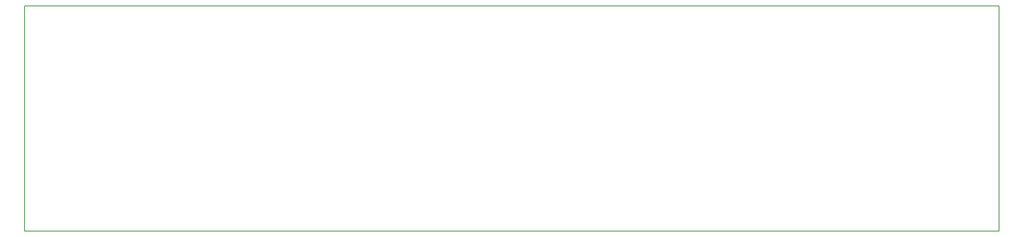
<source format=gbr>
G04 #@! TF.FileFunction,Profile,NP*
%FSLAX46Y46*%
G04 Gerber Fmt 4.6, Leading zero omitted, Abs format (unit mm)*
G04 Created by KiCad (PCBNEW 4.0.7) date 08/24/20 10:47:44*
%MOMM*%
%LPD*%
G01*
G04 APERTURE LIST*
%ADD10C,0.100000*%
%ADD11C,0.150000*%
G04 APERTURE END LIST*
D10*
D11*
X35560000Y-45720000D02*
X243840000Y-45720000D01*
X35560000Y-93980000D02*
X35560000Y-45720000D01*
X243840000Y-93980000D02*
X35560000Y-93980000D01*
X243840000Y-45720000D02*
X243840000Y-93980000D01*
M02*

</source>
